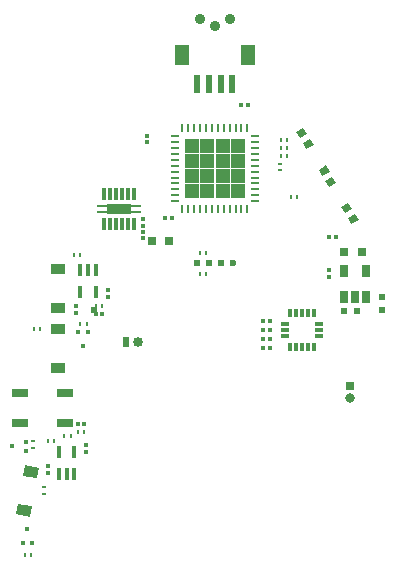
<source format=gbs>
G04 #@! TF.FileFunction,Soldermask,Bot*
%FSLAX46Y46*%
G04 Gerber Fmt 4.6, Leading zero omitted, Abs format (unit mm)*
G04 Created by KiCad (PCBNEW 4.0.7) date Thu Oct 19 14:43:40 2017*
%MOMM*%
%LPD*%
G01*
G04 APERTURE LIST*
%ADD10C,0.100000*%
%ADD11R,0.700000X0.250000*%
%ADD12R,0.250000X0.700000*%
%ADD13R,1.287500X1.287500*%
%ADD14R,0.280000X0.430000*%
%ADD15R,0.430000X0.280000*%
%ADD16R,0.350000X0.300000*%
%ADD17R,0.300000X0.800000*%
%ADD18R,0.800000X0.300000*%
%ADD19R,0.800000X0.750000*%
%ADD20R,0.300000X0.350000*%
%ADD21R,0.600000X0.500000*%
%ADD22R,0.500000X0.600000*%
%ADD23R,1.350000X0.750000*%
%ADD24R,0.900000X0.250000*%
%ADD25R,0.420000X1.040000*%
%ADD26R,2.000000X0.900000*%
%ADD27C,0.500000*%
%ADD28R,0.600000X0.850000*%
%ADD29O,0.850000X0.850000*%
%ADD30R,0.750000X0.750000*%
%ADD31O,0.800000X0.800000*%
%ADD32C,0.900000*%
%ADD33R,0.600000X1.550000*%
%ADD34R,1.200000X1.800000*%
%ADD35R,0.400000X0.450000*%
%ADD36R,0.450000X0.400000*%
%ADD37C,0.600000*%
%ADD38R,0.380000X1.090000*%
%ADD39R,0.650000X1.060000*%
%ADD40R,0.600000X0.600000*%
%ADD41R,1.200000X0.900000*%
G04 APERTURE END LIST*
D10*
D11*
X209775000Y-133775000D03*
X209775000Y-134275000D03*
X209775000Y-134775000D03*
X209775000Y-135275000D03*
X209775000Y-135775000D03*
X209775000Y-136275000D03*
X209775000Y-136775000D03*
X209775000Y-137275000D03*
X209775000Y-137775000D03*
X209775000Y-138275000D03*
X209775000Y-138775000D03*
X209775000Y-139275000D03*
D12*
X209125000Y-139925000D03*
X208625000Y-139925000D03*
X208125000Y-139925000D03*
X207625000Y-139925000D03*
X207125000Y-139925000D03*
X206625000Y-139925000D03*
X206125000Y-139925000D03*
X205625000Y-139925000D03*
X205125000Y-139925000D03*
X204625000Y-139925000D03*
X204125000Y-139925000D03*
X203625000Y-139925000D03*
D11*
X202975000Y-139275000D03*
X202975000Y-138775000D03*
X202975000Y-138275000D03*
X202975000Y-137775000D03*
X202975000Y-137275000D03*
X202975000Y-136775000D03*
X202975000Y-136275000D03*
X202975000Y-135775000D03*
X202975000Y-135275000D03*
X202975000Y-134775000D03*
X202975000Y-134275000D03*
X202975000Y-133775000D03*
D12*
X203625000Y-133125000D03*
X204125000Y-133125000D03*
X204625000Y-133125000D03*
X205125000Y-133125000D03*
X205625000Y-133125000D03*
X206125000Y-133125000D03*
X206625000Y-133125000D03*
X207125000Y-133125000D03*
X207625000Y-133125000D03*
X208125000Y-133125000D03*
X208625000Y-133125000D03*
X209125000Y-133125000D03*
D13*
X204443750Y-138456250D03*
X204443750Y-137168750D03*
X204443750Y-135881250D03*
X204443750Y-134593750D03*
X205731250Y-138456250D03*
X205731250Y-137168750D03*
X205731250Y-135881250D03*
X205731250Y-134593750D03*
X207018750Y-138456250D03*
X207018750Y-137168750D03*
X207018750Y-135881250D03*
X207018750Y-134593750D03*
X208306250Y-138456250D03*
X208306250Y-137168750D03*
X208306250Y-135881250D03*
X208306250Y-134593750D03*
D14*
X213361800Y-138886200D03*
X212841800Y-138886200D03*
D15*
X190978600Y-159616600D03*
X190978600Y-160136600D03*
D16*
X200275000Y-140800600D03*
X200275000Y-141360600D03*
D14*
X194782600Y-158809800D03*
X195302600Y-158809800D03*
D17*
X212766400Y-148765600D03*
X213266400Y-148765600D03*
X213766400Y-148765600D03*
X214266400Y-148765600D03*
X214766400Y-148765600D03*
D18*
X215216400Y-149715600D03*
X215216400Y-150215600D03*
X215216400Y-150715600D03*
D17*
X214766400Y-151665600D03*
X214266400Y-151665600D03*
X213766400Y-151665600D03*
X213266400Y-151665600D03*
X212766400Y-151665600D03*
D18*
X212316400Y-150715600D03*
X212316400Y-150215600D03*
X212316400Y-149715600D03*
D19*
X201023600Y-142630000D03*
X202523600Y-142630000D03*
X217305000Y-143569800D03*
X218805000Y-143569800D03*
D16*
X200630600Y-133739400D03*
X200630600Y-134299400D03*
D20*
X202739400Y-140725000D03*
X202179400Y-140725000D03*
X209140200Y-131123800D03*
X208580200Y-131123800D03*
X216607800Y-142350600D03*
X216047800Y-142350600D03*
D16*
X200275000Y-142427400D03*
X200275000Y-141867400D03*
D21*
X217301800Y-148599000D03*
X218401800Y-148599000D03*
D22*
X220544200Y-147388600D03*
X220544200Y-148488600D03*
D16*
X216001600Y-145669600D03*
X216001600Y-145109600D03*
D20*
X210459800Y-150173800D03*
X211019800Y-150173800D03*
X211019800Y-150935800D03*
X210459800Y-150935800D03*
X211019800Y-149411800D03*
X210459800Y-149411800D03*
X210459800Y-151697800D03*
X211019800Y-151697800D03*
D16*
X194585400Y-148166600D03*
X194585400Y-148726600D03*
X197358000Y-146836800D03*
X197358000Y-147396800D03*
D20*
X196265200Y-148802200D03*
X196825200Y-148802200D03*
D16*
X195449000Y-160512200D03*
X195449000Y-159952200D03*
X192273800Y-162280200D03*
X192273800Y-161720200D03*
D20*
X195322600Y-158149400D03*
X194762600Y-158149400D03*
D10*
G36*
X217076891Y-139773878D02*
X217683109Y-139423878D01*
X217983109Y-139943494D01*
X217376891Y-140293494D01*
X217076891Y-139773878D01*
X217076891Y-139773878D01*
G37*
G36*
X217626891Y-140726506D02*
X218233109Y-140376506D01*
X218533109Y-140896122D01*
X217926891Y-141246122D01*
X217626891Y-140726506D01*
X217626891Y-140726506D01*
G37*
G36*
X213266891Y-133423878D02*
X213873109Y-133073878D01*
X214173109Y-133593494D01*
X213566891Y-133943494D01*
X213266891Y-133423878D01*
X213266891Y-133423878D01*
G37*
G36*
X213816891Y-134376506D02*
X214423109Y-134026506D01*
X214723109Y-134546122D01*
X214116891Y-134896122D01*
X213816891Y-134376506D01*
X213816891Y-134376506D01*
G37*
G36*
X215171891Y-136598878D02*
X215778109Y-136248878D01*
X216078109Y-136768494D01*
X215471891Y-137118494D01*
X215171891Y-136598878D01*
X215171891Y-136598878D01*
G37*
G36*
X215721891Y-137551506D02*
X216328109Y-137201506D01*
X216628109Y-137721122D01*
X216021891Y-138071122D01*
X215721891Y-137551506D01*
X215721891Y-137551506D01*
G37*
D23*
X189840600Y-158047800D03*
X193640600Y-158047800D03*
X193640600Y-155507800D03*
X189840600Y-155507800D03*
D24*
X199722400Y-139704000D03*
X199722400Y-140204000D03*
X196822400Y-140204000D03*
D25*
X198022400Y-141204000D03*
X198522400Y-141204000D03*
X197522400Y-141204000D03*
X197022400Y-141204000D03*
X199022400Y-141204000D03*
X199522400Y-141204000D03*
X199522400Y-138704000D03*
X199022400Y-138704000D03*
X197022400Y-138704000D03*
X197522400Y-138704000D03*
X198522400Y-138704000D03*
X198022400Y-138704000D03*
D26*
X198272400Y-139954000D03*
D24*
X196822400Y-139704000D03*
D27*
X198972400Y-139954000D03*
X198272400Y-139954000D03*
X197572400Y-139954000D03*
D28*
X198831200Y-151180800D03*
D29*
X199831200Y-151180800D03*
D30*
X217830400Y-154940000D03*
D31*
X217830400Y-155940000D03*
D32*
X205105000Y-123825000D03*
X207645000Y-123825000D03*
X206375000Y-124460000D03*
D33*
X207849600Y-129387600D03*
X206849600Y-129387600D03*
X205849600Y-129387600D03*
X204849600Y-129387600D03*
D34*
X203549600Y-126887600D03*
X209149600Y-126887600D03*
D15*
X211908200Y-136147000D03*
X211908200Y-136667000D03*
D35*
X190900000Y-168215000D03*
X190100000Y-168215000D03*
X190500000Y-167065000D03*
X194824400Y-150351800D03*
X195624400Y-150351800D03*
X195224400Y-151501800D03*
D36*
X190350600Y-159629000D03*
X190350600Y-160429000D03*
X189200600Y-160029000D03*
D14*
X212502400Y-135483600D03*
X211982400Y-135483600D03*
X212502400Y-134061200D03*
X211982400Y-134061200D03*
X212507827Y-134775679D03*
X211987827Y-134775679D03*
X194985800Y-149665800D03*
X195505800Y-149665800D03*
D15*
X191918200Y-164038200D03*
X191918200Y-163518200D03*
D14*
X205073600Y-145440400D03*
X205593600Y-145440400D03*
X205095000Y-143671400D03*
X205615000Y-143671400D03*
X190781400Y-169223800D03*
X190261400Y-169223800D03*
X191023400Y-150123000D03*
X191543400Y-150123000D03*
X194427000Y-143874600D03*
X194947000Y-143874600D03*
X196805200Y-148183600D03*
X196285200Y-148183600D03*
X193639400Y-159155400D03*
X194159400Y-159155400D03*
X192223000Y-159612600D03*
X192743000Y-159612600D03*
D37*
X196134800Y-148472000D03*
D38*
X195630800Y-145140000D03*
X194980800Y-145140000D03*
X196280800Y-145140000D03*
X194980800Y-146960000D03*
X196280800Y-146960000D03*
X193823400Y-162361400D03*
X194473400Y-162361400D03*
X193173400Y-162361400D03*
X194473400Y-160541400D03*
X193173400Y-160541400D03*
D39*
X219186800Y-147353200D03*
X218236800Y-147353200D03*
X217286800Y-147353200D03*
X217286800Y-145153200D03*
X219186800Y-145153200D03*
D40*
X206875000Y-144475200D03*
X204875000Y-144475200D03*
D37*
X207875000Y-144475200D03*
D40*
X205875000Y-144475200D03*
D10*
G36*
X190726224Y-166002285D02*
X189544455Y-165793908D01*
X189700738Y-164907581D01*
X190882507Y-165115958D01*
X190726224Y-166002285D01*
X190726224Y-166002285D01*
G37*
G36*
X191299262Y-162752419D02*
X190117493Y-162544042D01*
X190273776Y-161657715D01*
X191455545Y-161866092D01*
X191299262Y-162752419D01*
X191299262Y-162752419D01*
G37*
D41*
X193090800Y-153440400D03*
X193090800Y-150140400D03*
X193090800Y-148335000D03*
X193090800Y-145035000D03*
M02*

</source>
